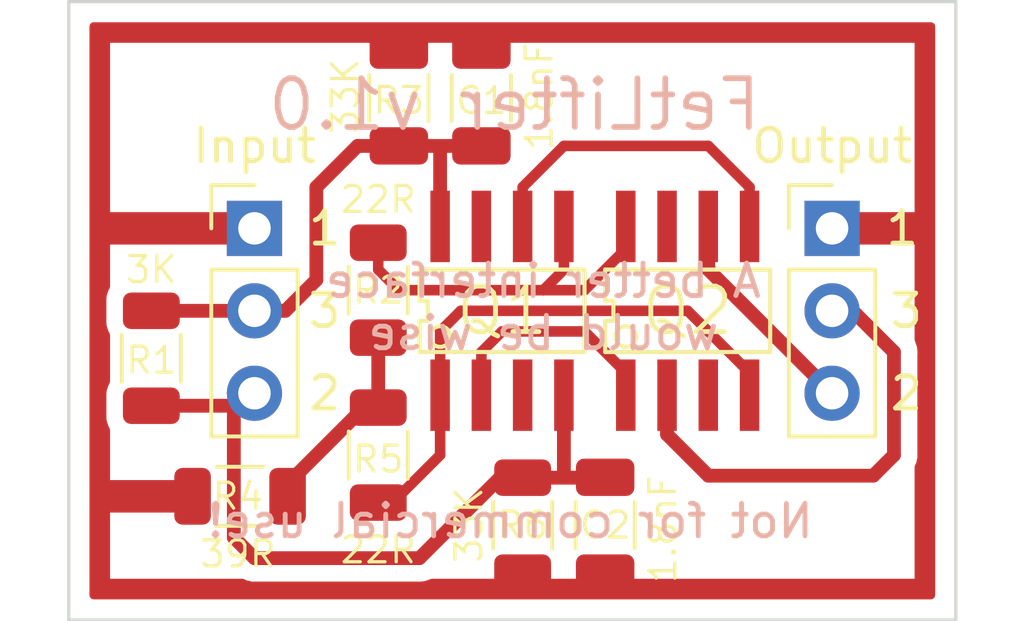
<source format=kicad_pcb>
(kicad_pcb (version 20221018) (generator pcbnew)
  (layers (0 "F.Cu" signal) (31 "B.Cu" signal) (34 "B.Paste" user) (35 "F.Paste" user) (36 "B.SilkS" user "B.Silkscreen") (37 "F.SilkS" user "F.Silkscreen") (38 "B.Mask" user) (39 "F.Mask" user) (44 "Edge.Cuts" user))
  (net 0 "")
  (net 1 "GND")
  (net 2 "Net-(Q1-Pad1)")
  (net 3 "Net-(Q1-Pad2)")
  (net 4 "Net-(Q1-Pad5)")
  (net 5 "Net-(Q1-Pad6)")
  (net 6 "Net-(J2-Pin_3)")
  (net 7 "Net-(J2-Pin_2)")
  (net 8 "Net-(J3-Pin_2)")
  (net 9 "Net-(J3-Pin_3)")
  (net 10 "Net-(R1-Pad1)")
  (footprint "Resistor_SMD:R_1206_3216Metric" (layer "F.Cu") (at 118.745 75.1225 90)
    (fp_text reference "R4" (at -4.2525 2.667) (layer "F.SilkS") (effects (font (size 0.8 0.8) (thickness 0.1))))
    (fp_text value "3K" (at 2.7325 0 180) (layer "F.SilkS") (effects (font (size 0.8 0.8) (thickness 0.1))))
    (fp_line (start -0.727064 -0.91) (end 0.727064 -0.91) (stroke (width 0.12)) (layer "F.SilkS"))
    (fp_line (start -0.727064 0.91) (end 0.727064 0.91) (stroke (width 0.12)) (layer "F.SilkS"))
    (pad "1" smd roundrect (at -1.4625 0 90) (size 1.125 1.75) (layers "F.Cu" "F.Paste" "F.Mask") (roundrect_rratio 0.2222222222) (net 6 "Net-(J2-Pin_3)"))
    (pad "2" smd roundrect (at 1.4625 0 90) (size 1.125 1.75) (layers "F.Cu" "F.Paste" "F.Mask") (roundrect_rratio 0.2222222222) (net 7 "Net-(J2-Pin_2)"))
  )
  (footprint "Resistor_SMD:R_1206_3216Metric" (layer "F.Cu") (at 125.73 78.105 90)
    (fp_text reference "R5" (at -0.127 0 180) (layer "F.SilkS") (effects (font (size 0.8 0.8) (thickness 0.1))))
    (fp_text value "22R" (at -2.921 0) (layer "F.SilkS") (effects (font (size 0.8 0.8) (thickness 0.1))))
    (fp_line (start -0.727064 -0.91) (end 0.727064 -0.91) (stroke (width 0.12)) (layer "F.SilkS"))
    (fp_line (start -0.727064 0.91) (end 0.727064 0.91) (stroke (width 0.12)) (layer "F.SilkS"))
    (pad "1" smd roundrect (at -1.4625 0 90) (size 1.125 1.75) (layers "F.Cu" "F.Paste" "F.Mask") (roundrect_rratio 0.2222222222) (net 2 "Net-(Q1-Pad1)"))
    (pad "2" smd roundrect (at 1.4625 0 90) (size 1.125 1.75) (layers "F.Cu" "F.Paste" "F.Mask") (roundrect_rratio 0.2222222222) (net 10 "Net-(R1-Pad1)"))
  )
  (footprint "Resistor_SMD:R_1206_3216Metric" (layer "F.Cu") (at 121.4775 79.375 180)
    (fp_text reference "R1" (at 2.7325 4.191) (layer "F.SilkS") (effects (font (size 0.8 0.8) (thickness 0.1))))
    (fp_text value "39R" (at 0.0655 -1.778) (layer "F.SilkS") (effects (font (size 0.8 0.8) (thickness 0.1) bold)))
    (fp_line (start -0.727064 -0.91) (end 0.727064 -0.91) (stroke (width 0.12)) (layer "F.SilkS"))
    (fp_line (start -0.727064 0.91) (end 0.727064 0.91) (stroke (width 0.12)) (layer "F.SilkS"))
    (pad "1" smd roundrect (at -1.4625 0 180) (size 1.125 1.75) (layers "F.Cu" "F.Paste" "F.Mask") (roundrect_rratio 0.2222222222) (net 10 "Net-(R1-Pad1)"))
    (pad "2" smd roundrect (at 1.4625 0 180) (size 1.125 1.75) (layers "F.Cu" "F.Paste" "F.Mask") (roundrect_rratio 0.2222222222) (net 1 "GND"))
  )
  (footprint "Capacitor_SMD:C_1206_3216Metric" (layer "F.Cu") (at 128.905 67.105 90)
    (fp_text reference "C1" (at -0.078 0 180) (layer "F.SilkS") (effects (font (size 0.8 0.8) (thickness 0.1))))
    (fp_text value "1.8nF" (at 0.049 1.778 90) (layer "F.SilkS") (effects (font (size 0.8 0.8) (thickness 0.1))))
    (fp_line (start -0.711252 -0.91) (end 0.711252 -0.91) (stroke (width 0.12)) (layer "F.SilkS"))
    (fp_line (start -0.711252 0.91) (end 0.711252 0.91) (stroke (width 0.12)) (layer "F.SilkS"))
    (pad "1" smd roundrect (at -1.475 0 90) (size 1.15 1.8) (layers "F.Cu" "F.Paste" "F.Mask") (roundrect_rratio 0.2173913043) (net 7 "Net-(J2-Pin_2)"))
    (pad "2" smd roundrect (at 1.475 0 90) (size 1.15 1.8) (layers "F.Cu" "F.Paste" "F.Mask") (roundrect_rratio 0.2173913043) (net 1 "GND"))
  )
  (footprint "Capacitor_SMD:C_1206_3216Metric" (layer "F.Cu") (at 132.715 80.264 90)
    (fp_text reference "C2" (at 0 0 180) (layer "F.SilkS") (effects (font (size 0.8 0.8) (thickness 0.1))))
    (fp_text value "1.8nF" (at -0.127 1.778 90) (layer "F.SilkS") (effects (font (size 0.8 0.8) (thickness 0.1))))
    (fp_line (start -0.711252 -0.91) (end 0.711252 -0.91) (stroke (width 0.12)) (layer "F.SilkS"))
    (fp_line (start -0.711252 0.91) (end 0.711252 0.91) (stroke (width 0.12)) (layer "F.SilkS"))
    (pad "1" smd roundrect (at -1.475 0 90) (size 1.15 1.8) (layers "F.Cu" "F.Paste" "F.Mask") (roundrect_rratio 0.2173913043) (net 1 "GND"))
    (pad "2" smd roundrect (at 1.475 0 90) (size 1.15 1.8) (layers "F.Cu" "F.Paste" "F.Mask") (roundrect_rratio 0.2173913043) (net 6 "Net-(J2-Pin_3)"))
  )
  (footprint "Resistor_SMD:R_1206_3216Metric" (layer "F.Cu") (at 125.73 73.025 90)
    (fp_text reference "R2" (at 0 0 180) (layer "F.SilkS") (effects (font (size 0.8 0.8) (thickness 0.1))))
    (fp_text value "22R" (at 2.794 0 180) (layer "F.SilkS") (effects (font (size 0.8 0.8) (thickness 0.1))))
    (fp_line (start -0.727064 -0.91) (end 0.727064 -0.91) (stroke (width 0.12)) (layer "F.SilkS"))
    (fp_line (start -0.727064 0.91) (end 0.727064 0.91) (stroke (width 0.12)) (layer "F.SilkS"))
    (pad "1" smd roundrect (at -1.4625 0 90) (size 1.125 1.75) (layers "F.Cu" "F.Paste" "F.Mask") (roundrect_rratio 0.2222222222) (net 10 "Net-(R1-Pad1)"))
    (pad "2" smd roundrect (at 1.4625 0 90) (size 1.125 1.75) (layers "F.Cu" "F.Paste" "F.Mask") (roundrect_rratio 0.2222222222) (net 4 "Net-(Q1-Pad5)"))
  )
  (footprint "Resistor_SMD:R_1206_3216Metric" (layer "F.Cu") (at 130.175 80.264 90)
    (fp_text reference "R6" (at 0 0 180) (layer "F.SilkS") (effects (font (size 0.8 0.8) (thickness 0.1))))
    (fp_text value "33K" (at 0 -1.651 90) (layer "F.SilkS") (effects (font (size 0.8 0.8) (thickness 0.1))))
    (fp_line (start -0.727064 -0.91) (end 0.727064 -0.91) (stroke (width 0.12)) (layer "F.SilkS"))
    (fp_line (start -0.727064 0.91) (end 0.727064 0.91) (stroke (width 0.12)) (layer "F.SilkS"))
    (pad "1" smd roundrect (at -1.4625 0 90) (size 1.125 1.75) (layers "F.Cu" "F.Paste" "F.Mask") (roundrect_rratio 0.2222222222) (net 1 "GND"))
    (pad "2" smd roundrect (at 1.4625 0 90) (size 1.125 1.75) (layers "F.Cu" "F.Paste" "F.Mask") (roundrect_rratio 0.2222222222) (net 6 "Net-(J2-Pin_3)"))
  )
  (footprint "Connector_PinHeader_2.54mm:PinHeader_1x03_P2.54mm_Vertical" (layer "F.Cu") (at 139.7 71.12)
    (fp_text reference "J3" hide)
    (fp_text value "XLR Output Male")
    (fp_text user "3" (at 2.286 2.54 unlocked) (layer "F.SilkS"))
    (fp_text user "Output" (at 0 -2.54 unlocked) (layer "F.SilkS"))
    (fp_text user "1" (at 2.159 0 unlocked) (layer "F.SilkS"))
    (fp_text user "2" (at 2.286 5.08 unlocked) (layer "F.SilkS"))
    (fp_line (start -1.33 -1.33) (end 0 -1.33) (stroke (width 0.12)) (layer "F.SilkS"))
    (fp_line (start -1.33 0) (end -1.33 -1.33) (stroke (width 0.12)) (layer "F.SilkS"))
    (fp_line (start -1.33 1.27) (end -1.33 6.41) (stroke (width 0.12)) (layer "F.SilkS"))
    (fp_line (start -1.33 1.27) (end 1.33 1.27) (stroke (width 0.12)) (layer "F.SilkS"))
    (fp_line (start -1.33 6.41) (end 1.33 6.41) (stroke (width 0.12)) (layer "F.SilkS"))
    (fp_line (start 1.33 1.27) (end 1.33 6.41) (stroke (width 0.12)) (layer "F.SilkS"))
    (pad "1" thru_hole rect (at 0 0) (size 1.7 1.7) (drill 1) (layers "*.Cu" "*.Mask") (net 1 "GND"))
    (pad "2" thru_hole oval (at 0 2.54) (size 1.7 1.7) (drill 1) (layers "*.Cu" "*.Mask") (net 8 "Net-(J3-Pin_2)"))
    (pad "3" thru_hole oval (at 0 5.08) (size 1.7 1.7) (drill 1) (layers "*.Cu" "*.Mask") (net 9 "Net-(J3-Pin_3)"))
  )
  (footprint "Capacitor_SMD:C_1206_3216Metric" (layer "F.Cu") (at 126.365 67.105 90)
    (fp_text reference "R3" (at -0.078 0 180) (layer "F.SilkS") (effects (font (size 0.8 0.8) (thickness 0.1))))
    (fp_text value "33K" (at 0.049 -1.651 90) (layer "F.SilkS") (effects (font (size 0.8 0.8) (thickness 0.1))))
    (fp_line (start -0.711252 -0.91) (end 0.711252 -0.91) (stroke (width 0.12)) (layer "F.SilkS"))
    (fp_line (start -0.711252 0.91) (end 0.711252 0.91) (stroke (width 0.12)) (layer "F.SilkS"))
    (pad "1" smd roundrect (at -1.475 0 90) (size 1.15 1.8) (layers "F.Cu" "F.Paste" "F.Mask") (roundrect_rratio 0.2173913043) (net 7 "Net-(J2-Pin_2)"))
    (pad "2" smd roundrect (at 1.475 0 90) (size 1.15 1.8) (layers "F.Cu" "F.Paste" "F.Mask") (roundrect_rratio 0.2173913043) (net 1 "GND"))
  )
  (footprint "LSK389B:SO8" (layer "F.Cu") (at 129.54 73.66)
    (fp_text reference "Q1" (at 0 0) (layer "F.SilkS") (effects (font (size 1.401252 1.401252))))
    (fp_text value "LSK389B" hide)
    (fp_line (start -2.54 -1.27) (end 2.54 -1.27) (stroke (width 0.127)) (layer "F.SilkS"))
    (fp_line (start -2.54 -0.3111) (end -2.54 -1.27) (stroke (width 0.127)) (layer "F.SilkS"))
    (fp_line (start -2.54 0.3111) (end -2.286 0.3111) (stroke (width 0.127)) (layer "F.SilkS"))
    (fp_line (start -2.54 1.27) (end -2.54 0.3111) (stroke (width 0.127)) (layer "F.SilkS"))
    (fp_line (start -2.286 -0.3111) (end -2.54 -0.3111) (stroke (width 0.127)) (layer "F.SilkS"))
    (fp_line (start -2.286 0.3111) (end -2.286 -0.3111) (stroke (width 0.127)) (layer "F.SilkS"))
    (fp_line (start 2.54 -1.27) (end 2.54 1.27) (stroke (width 0.127)) (layer "F.SilkS"))
    (fp_line (start 2.54 1.27) (end -2.54 1.27) (stroke (width 0.127)) (layer "F.SilkS"))
    (fp_circle (center -1.905 0.7938) (end -1.5875 0.7938) (stroke (width 0.127)) (fill none) (layer "F.SilkS"))
    (pad "1" smd rect (at -1.905 2.6) (size 0.6 2.2) (layers "F.Cu" "F.Paste" "F.Mask") (net 2 "Net-(Q1-Pad1)"))
    (pad "2" smd rect (at -0.635 2.6) (size 0.6 2.2) (layers "F.Cu" "F.Paste" "F.Mask") (net 3 "Net-(Q1-Pad2)"))
    (pad "3" smd rect (at 0.635 2.6) (size 0.6 2.2) (layers "F.Cu" "F.Paste" "F.Mask"))
    (pad "4" smd rect (at 1.905 2.6) (size 0.6 2.2) (layers "F.Cu" "F.Paste" "F.Mask") (net 6 "Net-(J2-Pin_3)"))
    (pad "5" smd rect (at 1.905 -2.6) (size 0.6 2.2) (layers "F.Cu" "F.Paste" "F.Mask") (net 4 "Net-(Q1-Pad5)"))
    (pad "6" smd rect (at 0.635 -2.6) (size 0.6 2.2) (layers "F.Cu" "F.Paste" "F.Mask") (net 5 "Net-(Q1-Pad6)"))
    (pad "7" smd rect (at -0.635 -2.6) (size 0.6 2.2) (layers "F.Cu" "F.Paste" "F.Mask"))
    (pad "8" smd rect (at -1.905 -2.6) (size 0.6 2.2) (layers "F.Cu" "F.Paste" "F.Mask") (net 7 "Net-(J2-Pin_2)"))
  )
  (footprint "Connector_PinHeader_2.54mm:PinHeader_1x03_P2.54mm_Vertical" (layer "F.Cu") (at 121.92 71.12)
    (fp_text reference "J2" hide)
    (fp_text value "XLR Input Female")
    (fp_text user "3" (at 2.159 2.54 unlocked) (layer "F.SilkS"))
    (fp_text user "2" (at 2.159 5.08 unlocked) (layer "F.SilkS"))
    (fp_text user "1" (at 2.159 0 unlocked) (layer "F.SilkS"))
    (fp_text user "Input" (at 0 -2.54 unlocked) (layer "F.SilkS"))
    (fp_line (start -1.33 -1.33) (end 0 -1.33) (stroke (width 0.12)) (layer "F.SilkS"))
    (fp_line (start -1.33 0) (end -1.33 -1.33) (stroke (width 0.12)) (layer "F.SilkS"))
    (fp_line (start -1.33 1.27) (end -1.33 6.41) (stroke (width 0.12)) (layer "F.SilkS"))
    (fp_line (start -1.33 1.27) (end 1.33 1.27) (stroke (width 0.12)) (layer "F.SilkS"))
    (fp_line (start -1.33 6.41) (end 1.33 6.41) (stroke (width 0.12)) (layer "F.SilkS"))
    (fp_line (start 1.33 1.27) (end 1.33 6.41) (stroke (width 0.12)) (layer "F.SilkS"))
    (pad "1" thru_hole rect (at 0 0) (size 1.7 1.7) (drill 1) (layers "*.Cu" "*.Mask") (net 1 "GND"))
    (pad "2" thru_hole oval (at 0 2.54) (size 1.7 1.7) (drill 1) (layers "*.Cu" "*.Mask") (net 7 "Net-(J2-Pin_2)"))
    (pad "3" thru_hole oval (at 0 5.08) (size 1.7 1.7) (drill 1) (layers "*.Cu" "*.Mask") (net 6 "Net-(J2-Pin_3)"))
  )
  (footprint "LSK389B:SO8" (layer "F.Cu") (at 135.255 73.66)
    (fp_text reference "Q2" (at 0 0) (layer "F.SilkS") (effects (font (size 1.401252 1.401252))))
    (fp_text value "LSK389B" hide)
    (fp_line (start -2.54 -1.27) (end 2.54 -1.27) (stroke (width 0.127)) (layer "F.SilkS"))
    (fp_line (start -2.54 -0.3111) (end -2.54 -1.27) (stroke (width 0.127)) (layer "F.SilkS"))
    (fp_line (start -2.54 0.3111) (end -2.286 0.3111) (stroke (width 0.127)) (layer "F.SilkS"))
    (fp_line (start -2.54 1.27) (end -2.54 0.3111) (stroke (width 0.127)) (layer "F.SilkS"))
    (fp_line (start -2.286 -0.3111) (end -2.54 -0.3111) (stroke (width 0.127)) (layer "F.SilkS"))
    (fp_line (start -2.286 0.3111) (end -2.286 -0.3111) (stroke (width 0.127)) (layer "F.SilkS"))
    (fp_line (start 2.54 -1.27) (end 2.54 1.27) (stroke (width 0.127)) (layer "F.SilkS"))
    (fp_line (start 2.54 1.27) (end -2.54 1.27) (stroke (width 0.127)) (layer "F.SilkS"))
    (fp_circle (center -1.905 0.7938) (end -1.5875 0.7938) (stroke (width 0.127)) (fill none) (layer "F.SilkS"))
    (pad "1" smd rect (at -1.905 2.6) (size 0.6 2.2) (layers "F.Cu" "F.Paste" "F.Mask") (net 3 "Net-(Q1-Pad2)"))
    (pad "2" smd rect (at -0.635 2.6) (size 0.6 2.2) (layers "F.Cu" "F.Paste" "F.Mask") (net 8 "Net-(J3-Pin_2)"))
    (pad "3" smd rect (at 0.635 2.6) (size 0.6 2.2) (layers "F.Cu" "F.Paste" "F.Mask"))
    (pad "4" smd rect (at 1.905 2.6) (size 0.6 2.2) (layers "F.Cu" "F.Paste" "F.Mask") (net 2 "Net-(Q1-Pad1)"))
    (pad "5" smd rect (at 1.905 -2.6) (size 0.6 2.2) (layers "F.Cu" "F.Paste" "F.Mask") (net 5 "Net-(Q1-Pad6)"))
    (pad "6" smd rect (at 0.635 -2.6) (size 0.6 2.2) (layers "F.Cu" "F.Paste" "F.Mask") (net 9 "Net-(J3-Pin_3)"))
    (pad "7" smd rect (at -0.635 -2.6) (size 0.6 2.2) (layers "F.Cu" "F.Paste" "F.Mask"))
    (pad "8" smd rect (at -1.905 -2.6) (size 0.6 2.2) (layers "F.Cu" "F.Paste" "F.Mask") (net 4 "Net-(Q1-Pad5)"))
  )
  (gr_line (start 116.205 64.135) (end 143.51 64.135) (stroke (width 0.1)) (layer "Edge.Cuts"))
  (gr_line (start 143.51 83.185) (end 116.205 83.185) (stroke (width 0.1)) (layer "Edge.Cuts"))
  (gr_line (start 143.51 64.135) (end 143.51 83.185) (stroke (width 0.1)) (layer "Edge.Cuts"))
  (gr_line (start 116.205 64.135) (end 116.205 83.185) (stroke (width 0.1)) (layer "Edge.Cuts"))
  (gr_text "Not for commercial use!" (at 129.794 80.137) (layer "B.SilkS") (effects (font (size 1 1)) (justify mirror)))
  (gr_text "FetLifter v1.0" (at 129.921 67.31) (layer "B.SilkS") (effects (font (size 1.5 1.5) (thickness 0.1778) bold) (justify mirror)))
  (gr_text "A better interface\nwould be wise" (at 130.81 74.93) (layer "B.SilkS") (effects (font (size 1 1)) (justify bottom mirror)))
  (segment (start 121.92 71.12) (end 117.475 71.12) (width 1) (layer "F.Cu") (net 1))
  (segment (start 139.7 71.12) (end 142.24 71.12) (width 1) (layer "F.Cu") (net 1))
  (segment (start 119.63 79.375) (end 117.475 79.375) (width 1) (layer "F.Cu") (net 1))
  (segment (start 127.635 78.105) (end 127.635 76.26) (width 0.325) (layer "F.Cu") (net 2))
  (segment (start 137.16 75.565) (end 137.16 76.26) (width 0.325) (layer "F.Cu") (net 2))
  (segment (start 127.635 76.26) (end 127.635 74.295) (width 0.325) (layer "F.Cu") (net 2))
  (segment (start 125.73 79.5675) (end 126.1725 79.5675) (width 0.325) (layer "F.Cu") (net 2))
  (segment (start 126.1725 79.5675) (end 127.635 78.105) (width 0.325) (layer "F.Cu") (net 2))
  (segment (start 135.255 73.66) (end 137.16 75.565) (width 0.325) (layer "F.Cu") (net 2))
  (segment (start 128.27 73.66) (end 135.255 73.66) (width 0.325) (layer "F.Cu") (net 2))
  (segment (start 127.635 74.295) (end 128.27 73.66) (width 0.325) (layer "F.Cu") (net 2))
  (segment (start 128.905 74.93) (end 129.54 74.295) (width 0.325) (layer "F.Cu") (net 3))
  (segment (start 128.905 76.26) (end 128.905 74.93) (width 0.325) (layer "F.Cu") (net 3))
  (segment (start 132.08 74.295) (end 133.35 75.565) (width 0.325) (layer "F.Cu") (net 3))
  (segment (start 133.35 75.565) (end 133.35 76.26) (width 0.325) (layer "F.Cu") (net 3))
  (segment (start 129.54 74.295) (end 132.08 74.295) (width 0.325) (layer "F.Cu") (net 3))
  (segment (start 125.73 71.5625) (end 125.73 72.39) (width 0.325) (layer "F.Cu") (net 4))
  (segment (start 132.08 73.025) (end 133.35 71.755) (width 0.325) (layer "F.Cu") (net 4))
  (segment (start 133.35 71.755) (end 133.35 71.06) (width 0.325) (layer "F.Cu") (net 4))
  (segment (start 125.73 72.39) (end 126.365 73.025) (width 0.325) (layer "F.Cu") (net 4))
  (segment (start 130.81 73.025) (end 131.445 72.39) (width 0.325) (layer "F.Cu") (net 4))
  (segment (start 130.81 73.025) (end 132.08 73.025) (width 0.325) (layer "F.Cu") (net 4))
  (segment (start 126.365 73.025) (end 130.81 73.025) (width 0.325) (layer "F.Cu") (net 4))
  (segment (start 131.445 72.39) (end 131.445 71.06) (width 0.325) (layer "F.Cu") (net 4))
  (segment (start 131.445 68.58) (end 130.175 69.85) (width 0.325) (layer "F.Cu") (net 5))
  (segment (start 130.175 69.85) (end 130.175 71.06) (width 0.325) (layer "F.Cu") (net 5))
  (segment (start 135.89 68.58) (end 131.445 68.58) (width 0.325) (layer "F.Cu") (net 5))
  (segment (start 137.16 69.85) (end 137.16 71.06) (width 0.325) (layer "F.Cu") (net 5))
  (segment (start 135.89 68.58) (end 137.16 69.85) (width 0.325) (layer "F.Cu") (net 5))
  (segment (start 121.285 76.835) (end 121.92 76.2) (width 0.425) (layer "F.Cu") (net 6))
  (segment (start 121.92 81.28) (end 121.285 80.645) (width 0.425) (layer "F.Cu") (net 6))
  (segment (start 121.535 76.585) (end 121.92 76.2) (width 0.425) (layer "F.Cu") (net 6))
  (segment (start 121.285 80.645) (end 121.285 76.835) (width 0.425) (layer "F.Cu") (net 6))
  (segment (start 131.445 76.26) (end 131.445 78.8015) (width 0.425) (layer "F.Cu") (net 6))
  (segment (start 118.745 76.585) (end 121.535 76.585) (width 0.425) (layer "F.Cu") (net 6))
  (segment (start 127 81.28) (end 121.92 81.28) (width 0.425) (layer "F.Cu") (net 6))
  (segment (start 129.4785 78.8015) (end 127 81.28) (width 0.425) (layer "F.Cu") (net 6))
  (segment (start 132.08 78.789) (end 132.0675 78.8015) (width 0.425) (layer "F.Cu") (net 6))
  (segment (start 132.0675 78.8015) (end 129.4785 78.8015) (width 0.425) (layer "F.Cu") (net 6))
  (segment (start 118.745 73.66) (end 121.92 73.66) (width 0.425) (layer "F.Cu") (net 7))
  (segment (start 123.825 69.85) (end 125.095 68.58) (width 0.425) (layer "F.Cu") (net 7))
  (segment (start 125.095 68.58) (end 128.27 68.58) (width 0.425) (layer "F.Cu") (net 7))
  (segment (start 123.825 72.7075) (end 123.825 69.85) (width 0.425) (layer "F.Cu") (net 7))
  (segment (start 122.8725 73.66) (end 123.825 72.7075) (width 0.425) (layer "F.Cu") (net 7))
  (segment (start 127.635 71.12) (end 127.635 68.64) (width 0.425) (layer "F.Cu") (net 7))
  (segment (start 121.92 73.66) (end 122.8725 73.66) (width 0.425) (layer "F.Cu") (net 7))
  (segment (start 134.62 77.47) (end 134.62 76.26) (width 0.425) (layer "F.Cu") (net 8))
  (segment (start 139.065 73.66) (end 139.7 73.66) (width 0.425) (layer "F.Cu") (net 8))
  (segment (start 141.605 74.93) (end 141.605 78.105) (width 0.425) (layer "F.Cu") (net 8))
  (segment (start 140.97 78.74) (end 135.89 78.74) (width 0.425) (layer "F.Cu") (net 8))
  (segment (start 139.7 73.66) (end 140.335 73.66) (width 0.425) (layer "F.Cu") (net 8))
  (segment (start 135.89 78.74) (end 134.62 77.47) (width 0.425) (layer "F.Cu") (net 8))
  (segment (start 141.605 78.105) (end 140.97 78.74) (width 0.425) (layer "F.Cu") (net 8))
  (segment (start 140.335 73.66) (end 141.605 74.93) (width 0.425) (layer "F.Cu") (net 8))
  (segment (start 135.89 72.39) (end 139.7 76.2) (width 0.425) (layer "F.Cu") (net 9))
  (segment (start 135.89 71.06) (end 135.89 72.39) (width 0.425) (layer "F.Cu") (net 9))
  (segment (start 125.095 76.6425) (end 125.095 76.835) (width 0.425) (layer "F.Cu") (net 10))
  (segment (start 125.73 74.4875) (end 125.73 76.6425) (width 0.425) (layer "F.Cu") (net 10))
  (segment (start 122.94 78.99) (end 122.94 79.375) (width 0.425) (layer "F.Cu") (net 10))
  (segment (start 125.095 76.835) (end 122.94 78.99) (width 0.425) (layer "F.Cu") (net 10))
  (zone (net 0) (net_name "") (layer "F.Cu") (connect_pads yes (clearance 0)) (min_thickness 0.254)
    (keepout (tracks allowed) (vias allowed) (pads allowed) (copperpour not_allowed) (footprints allowed))
    (fill (thermal_gap 0.508) (thermal_bridge_width 0.508))
    (polygon (pts (xy 117.475 65.405) (xy 142.24 65.405) (xy 142.24 81.915) (xy 117.475 81.915)))
  )
  (zone (net 1) (net_name "GND") (layer "F.Cu") (connect_pads yes (clearance 0.508)) (min_thickness 0.254) (fill yes (thermal_gap 0.508) (thermal_bridge_width 0.508) (island_removal_mode 1) (island_area_min 10))
    (polygon (pts (xy 116.84 64.77) (xy 142.875 64.77) (xy 142.875 82.55) (xy 116.84 82.55)))
  )
)
</source>
